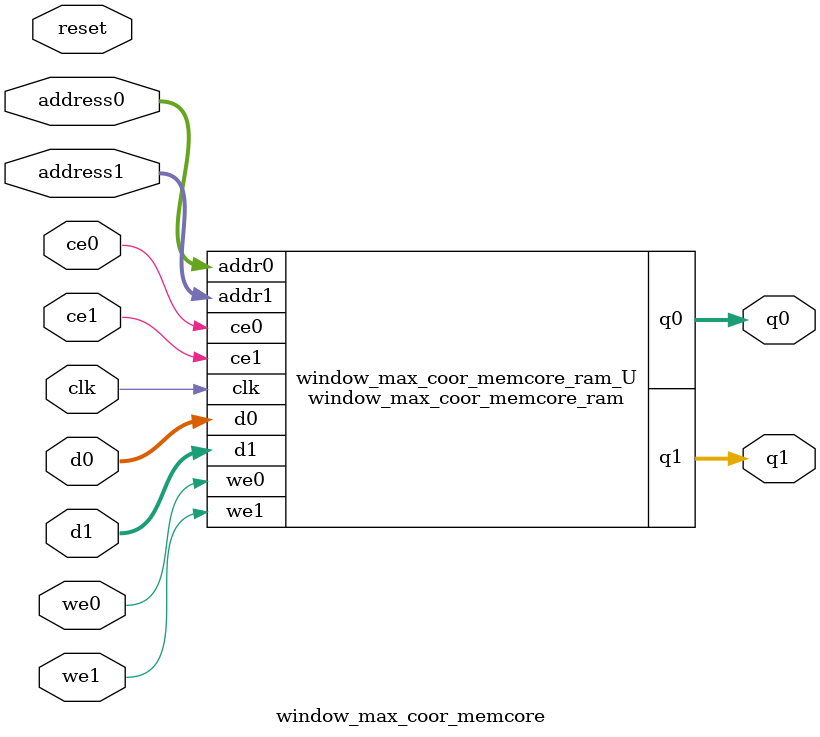
<source format=v>
`timescale 1 ns / 1 ps
module window_max_coor_memcore_ram (addr0, ce0, d0, we0, q0, addr1, ce1, d1, we1, q1,  clk);

parameter DWIDTH = 10;
parameter AWIDTH = 2;
parameter MEM_SIZE = 3;

input[AWIDTH-1:0] addr0;
input ce0;
input[DWIDTH-1:0] d0;
input we0;
output reg[DWIDTH-1:0] q0;
input[AWIDTH-1:0] addr1;
input ce1;
input[DWIDTH-1:0] d1;
input we1;
output reg[DWIDTH-1:0] q1;
input clk;

(* ram_style = "block" *)reg [DWIDTH-1:0] ram[0:MEM_SIZE-1];




always @(posedge clk)  
begin 
    if (ce0) begin
        if (we0) 
            ram[addr0] <= d0; 
        q0 <= ram[addr0];
    end
end


always @(posedge clk)  
begin 
    if (ce1) begin
        if (we1) 
            ram[addr1] <= d1; 
        q1 <= ram[addr1];
    end
end


endmodule

`timescale 1 ns / 1 ps
module window_max_coor_memcore(
    reset,
    clk,
    address0,
    ce0,
    we0,
    d0,
    q0,
    address1,
    ce1,
    we1,
    d1,
    q1);

parameter DataWidth = 32'd10;
parameter AddressRange = 32'd3;
parameter AddressWidth = 32'd2;
input reset;
input clk;
input[AddressWidth - 1:0] address0;
input ce0;
input we0;
input[DataWidth - 1:0] d0;
output[DataWidth - 1:0] q0;
input[AddressWidth - 1:0] address1;
input ce1;
input we1;
input[DataWidth - 1:0] d1;
output[DataWidth - 1:0] q1;



window_max_coor_memcore_ram window_max_coor_memcore_ram_U(
    .clk( clk ),
    .addr0( address0 ),
    .ce0( ce0 ),
    .we0( we0 ),
    .d0( d0 ),
    .q0( q0 ),
    .addr1( address1 ),
    .ce1( ce1 ),
    .we1( we1 ),
    .d1( d1 ),
    .q1( q1 ));

endmodule


</source>
